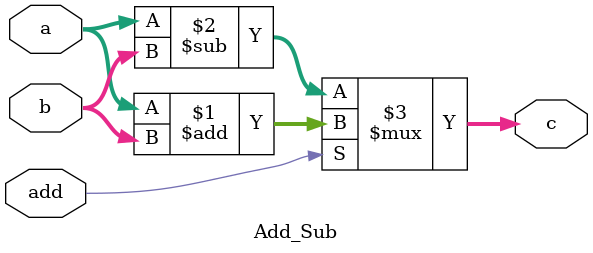
<source format=v>
`timescale 1ns / 1ps
module Add_Sub #(parameter dw = 'h10)
(	input [dw-1: 0] a, b,
	input add,
	output [dw-1: 0] c
    );

assign c = add ? a + b : a - b;

endmodule

</source>
